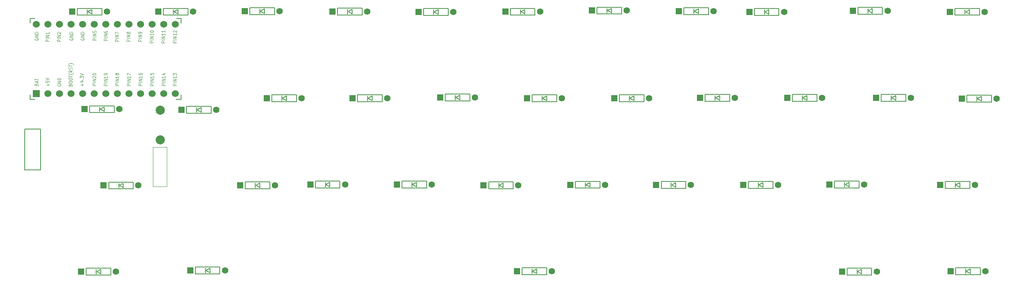
<source format=gbr>
%TF.GenerationSoftware,KiCad,Pcbnew,7.0.8*%
%TF.CreationDate,2024-10-24T11:53:26+09:00*%
%TF.ProjectId,cool337,636f6f6c-3333-4372-9e6b-696361645f70,rev?*%
%TF.SameCoordinates,Original*%
%TF.FileFunction,Legend,Top*%
%TF.FilePolarity,Positive*%
%FSLAX46Y46*%
G04 Gerber Fmt 4.6, Leading zero omitted, Abs format (unit mm)*
G04 Created by KiCad (PCBNEW 7.0.8) date 2024-10-24 11:53:26*
%MOMM*%
%LPD*%
G01*
G04 APERTURE LIST*
%ADD10C,0.125000*%
%ADD11C,0.150000*%
%ADD12C,0.120000*%
%ADD13R,1.397000X1.397000*%
%ADD14C,1.397000*%
%ADD15C,2.000000*%
%ADD16C,1.524000*%
%ADD17R,1.524000X1.524000*%
G04 APERTURE END LIST*
D10*
X2834178Y-14185475D02*
X2798464Y-14249285D01*
X2798464Y-14249285D02*
X2798464Y-14344999D01*
X2798464Y-14344999D02*
X2834178Y-14440713D01*
X2834178Y-14440713D02*
X2905607Y-14504523D01*
X2905607Y-14504523D02*
X2977035Y-14536428D01*
X2977035Y-14536428D02*
X3119892Y-14568332D01*
X3119892Y-14568332D02*
X3227035Y-14568332D01*
X3227035Y-14568332D02*
X3369892Y-14536428D01*
X3369892Y-14536428D02*
X3441321Y-14504523D01*
X3441321Y-14504523D02*
X3512750Y-14440713D01*
X3512750Y-14440713D02*
X3548464Y-14344999D01*
X3548464Y-14344999D02*
X3548464Y-14281190D01*
X3548464Y-14281190D02*
X3512750Y-14185475D01*
X3512750Y-14185475D02*
X3477035Y-14153571D01*
X3477035Y-14153571D02*
X3227035Y-14153571D01*
X3227035Y-14153571D02*
X3227035Y-14281190D01*
X3548464Y-13866428D02*
X2798464Y-13866428D01*
X2798464Y-13866428D02*
X3548464Y-13483571D01*
X3548464Y-13483571D02*
X2798464Y-13483571D01*
X3548464Y-13164523D02*
X2798464Y-13164523D01*
X2798464Y-13164523D02*
X2798464Y-13004999D01*
X2798464Y-13004999D02*
X2834178Y-12909285D01*
X2834178Y-12909285D02*
X2905607Y-12845475D01*
X2905607Y-12845475D02*
X2977035Y-12813570D01*
X2977035Y-12813570D02*
X3119892Y-12781666D01*
X3119892Y-12781666D02*
X3227035Y-12781666D01*
X3227035Y-12781666D02*
X3369892Y-12813570D01*
X3369892Y-12813570D02*
X3441321Y-12845475D01*
X3441321Y-12845475D02*
X3512750Y-12909285D01*
X3512750Y-12909285D02*
X3548464Y-13004999D01*
X3548464Y-13004999D02*
X3548464Y-13164523D01*
X-1561535Y-14845000D02*
X-2311535Y-14845000D01*
X-2311535Y-14845000D02*
X-2311535Y-14589762D01*
X-2311535Y-14589762D02*
X-2275821Y-14525952D01*
X-2275821Y-14525952D02*
X-2240107Y-14494047D01*
X-2240107Y-14494047D02*
X-2168678Y-14462143D01*
X-2168678Y-14462143D02*
X-2061535Y-14462143D01*
X-2061535Y-14462143D02*
X-1990107Y-14494047D01*
X-1990107Y-14494047D02*
X-1954392Y-14525952D01*
X-1954392Y-14525952D02*
X-1918678Y-14589762D01*
X-1918678Y-14589762D02*
X-1918678Y-14845000D01*
X-1561535Y-14175000D02*
X-2311535Y-14175000D01*
X-1561535Y-13855952D02*
X-2311535Y-13855952D01*
X-2311535Y-13855952D02*
X-1561535Y-13473095D01*
X-1561535Y-13473095D02*
X-2311535Y-13473095D01*
X-2240107Y-13185951D02*
X-2275821Y-13154047D01*
X-2275821Y-13154047D02*
X-2311535Y-13090237D01*
X-2311535Y-13090237D02*
X-2311535Y-12930713D01*
X-2311535Y-12930713D02*
X-2275821Y-12866904D01*
X-2275821Y-12866904D02*
X-2240107Y-12834999D01*
X-2240107Y-12834999D02*
X-2168678Y-12803094D01*
X-2168678Y-12803094D02*
X-2097250Y-12803094D01*
X-2097250Y-12803094D02*
X-1990107Y-12834999D01*
X-1990107Y-12834999D02*
X-1561535Y-13217856D01*
X-1561535Y-13217856D02*
X-1561535Y-12803094D01*
X16248464Y-24519047D02*
X15498464Y-24519047D01*
X15498464Y-24519047D02*
X15498464Y-24263809D01*
X15498464Y-24263809D02*
X15534178Y-24199999D01*
X15534178Y-24199999D02*
X15569892Y-24168094D01*
X15569892Y-24168094D02*
X15641321Y-24136190D01*
X15641321Y-24136190D02*
X15748464Y-24136190D01*
X15748464Y-24136190D02*
X15819892Y-24168094D01*
X15819892Y-24168094D02*
X15855607Y-24199999D01*
X15855607Y-24199999D02*
X15891321Y-24263809D01*
X15891321Y-24263809D02*
X15891321Y-24519047D01*
X16248464Y-23849047D02*
X15498464Y-23849047D01*
X16248464Y-23529999D02*
X15498464Y-23529999D01*
X15498464Y-23529999D02*
X16248464Y-23147142D01*
X16248464Y-23147142D02*
X15498464Y-23147142D01*
X16248464Y-22477141D02*
X16248464Y-22859998D01*
X16248464Y-22668570D02*
X15498464Y-22668570D01*
X15498464Y-22668570D02*
X15605607Y-22732379D01*
X15605607Y-22732379D02*
X15677035Y-22796189D01*
X15677035Y-22796189D02*
X15712750Y-22859998D01*
X15498464Y-21902856D02*
X15498464Y-22030475D01*
X15498464Y-22030475D02*
X15534178Y-22094284D01*
X15534178Y-22094284D02*
X15569892Y-22126189D01*
X15569892Y-22126189D02*
X15677035Y-22189999D01*
X15677035Y-22189999D02*
X15819892Y-22221903D01*
X15819892Y-22221903D02*
X16105607Y-22221903D01*
X16105607Y-22221903D02*
X16177035Y-22189999D01*
X16177035Y-22189999D02*
X16212750Y-22158094D01*
X16212750Y-22158094D02*
X16248464Y-22094284D01*
X16248464Y-22094284D02*
X16248464Y-21966665D01*
X16248464Y-21966665D02*
X16212750Y-21902856D01*
X16212750Y-21902856D02*
X16177035Y-21870951D01*
X16177035Y-21870951D02*
X16105607Y-21839046D01*
X16105607Y-21839046D02*
X15927035Y-21839046D01*
X15927035Y-21839046D02*
X15855607Y-21870951D01*
X15855607Y-21870951D02*
X15819892Y-21902856D01*
X15819892Y-21902856D02*
X15784178Y-21966665D01*
X15784178Y-21966665D02*
X15784178Y-22094284D01*
X15784178Y-22094284D02*
X15819892Y-22158094D01*
X15819892Y-22158094D02*
X15855607Y-22189999D01*
X15855607Y-22189999D02*
X15927035Y-22221903D01*
X6218464Y-14565000D02*
X5468464Y-14565000D01*
X5468464Y-14565000D02*
X5468464Y-14309762D01*
X5468464Y-14309762D02*
X5504178Y-14245952D01*
X5504178Y-14245952D02*
X5539892Y-14214047D01*
X5539892Y-14214047D02*
X5611321Y-14182143D01*
X5611321Y-14182143D02*
X5718464Y-14182143D01*
X5718464Y-14182143D02*
X5789892Y-14214047D01*
X5789892Y-14214047D02*
X5825607Y-14245952D01*
X5825607Y-14245952D02*
X5861321Y-14309762D01*
X5861321Y-14309762D02*
X5861321Y-14565000D01*
X6218464Y-13895000D02*
X5468464Y-13895000D01*
X6218464Y-13575952D02*
X5468464Y-13575952D01*
X5468464Y-13575952D02*
X6218464Y-13193095D01*
X6218464Y-13193095D02*
X5468464Y-13193095D01*
X5468464Y-12554999D02*
X5468464Y-12874047D01*
X5468464Y-12874047D02*
X5825607Y-12905951D01*
X5825607Y-12905951D02*
X5789892Y-12874047D01*
X5789892Y-12874047D02*
X5754178Y-12810237D01*
X5754178Y-12810237D02*
X5754178Y-12650713D01*
X5754178Y-12650713D02*
X5789892Y-12586904D01*
X5789892Y-12586904D02*
X5825607Y-12554999D01*
X5825607Y-12554999D02*
X5897035Y-12523094D01*
X5897035Y-12523094D02*
X6075607Y-12523094D01*
X6075607Y-12523094D02*
X6147035Y-12554999D01*
X6147035Y-12554999D02*
X6182750Y-12586904D01*
X6182750Y-12586904D02*
X6218464Y-12650713D01*
X6218464Y-12650713D02*
X6218464Y-12810237D01*
X6218464Y-12810237D02*
X6182750Y-12874047D01*
X6182750Y-12874047D02*
X6147035Y-12905951D01*
X545607Y-24435237D02*
X581321Y-24339523D01*
X581321Y-24339523D02*
X617035Y-24307618D01*
X617035Y-24307618D02*
X688464Y-24275714D01*
X688464Y-24275714D02*
X795607Y-24275714D01*
X795607Y-24275714D02*
X867035Y-24307618D01*
X867035Y-24307618D02*
X902750Y-24339523D01*
X902750Y-24339523D02*
X938464Y-24403333D01*
X938464Y-24403333D02*
X938464Y-24658571D01*
X938464Y-24658571D02*
X188464Y-24658571D01*
X188464Y-24658571D02*
X188464Y-24435237D01*
X188464Y-24435237D02*
X224178Y-24371428D01*
X224178Y-24371428D02*
X259892Y-24339523D01*
X259892Y-24339523D02*
X331321Y-24307618D01*
X331321Y-24307618D02*
X402750Y-24307618D01*
X402750Y-24307618D02*
X474178Y-24339523D01*
X474178Y-24339523D02*
X509892Y-24371428D01*
X509892Y-24371428D02*
X545607Y-24435237D01*
X545607Y-24435237D02*
X545607Y-24658571D01*
X188464Y-23860952D02*
X188464Y-23733333D01*
X188464Y-23733333D02*
X224178Y-23669523D01*
X224178Y-23669523D02*
X295607Y-23605714D01*
X295607Y-23605714D02*
X438464Y-23573809D01*
X438464Y-23573809D02*
X688464Y-23573809D01*
X688464Y-23573809D02*
X831321Y-23605714D01*
X831321Y-23605714D02*
X902750Y-23669523D01*
X902750Y-23669523D02*
X938464Y-23733333D01*
X938464Y-23733333D02*
X938464Y-23860952D01*
X938464Y-23860952D02*
X902750Y-23924761D01*
X902750Y-23924761D02*
X831321Y-23988571D01*
X831321Y-23988571D02*
X688464Y-24020475D01*
X688464Y-24020475D02*
X438464Y-24020475D01*
X438464Y-24020475D02*
X295607Y-23988571D01*
X295607Y-23988571D02*
X224178Y-23924761D01*
X224178Y-23924761D02*
X188464Y-23860952D01*
X188464Y-23159047D02*
X188464Y-23031428D01*
X188464Y-23031428D02*
X224178Y-22967618D01*
X224178Y-22967618D02*
X295607Y-22903809D01*
X295607Y-22903809D02*
X438464Y-22871904D01*
X438464Y-22871904D02*
X688464Y-22871904D01*
X688464Y-22871904D02*
X831321Y-22903809D01*
X831321Y-22903809D02*
X902750Y-22967618D01*
X902750Y-22967618D02*
X938464Y-23031428D01*
X938464Y-23031428D02*
X938464Y-23159047D01*
X938464Y-23159047D02*
X902750Y-23222856D01*
X902750Y-23222856D02*
X831321Y-23286666D01*
X831321Y-23286666D02*
X688464Y-23318570D01*
X688464Y-23318570D02*
X438464Y-23318570D01*
X438464Y-23318570D02*
X295607Y-23286666D01*
X295607Y-23286666D02*
X224178Y-23222856D01*
X224178Y-23222856D02*
X188464Y-23159047D01*
X188464Y-22680475D02*
X188464Y-22297618D01*
X938464Y-22489046D02*
X188464Y-22489046D01*
X1224178Y-21882856D02*
X1188464Y-21914761D01*
X1188464Y-21914761D02*
X1081321Y-21978570D01*
X1081321Y-21978570D02*
X1009892Y-22010475D01*
X1009892Y-22010475D02*
X902750Y-22042380D01*
X902750Y-22042380D02*
X724178Y-22074285D01*
X724178Y-22074285D02*
X581321Y-22074285D01*
X581321Y-22074285D02*
X402750Y-22042380D01*
X402750Y-22042380D02*
X295607Y-22010475D01*
X295607Y-22010475D02*
X224178Y-21978570D01*
X224178Y-21978570D02*
X117035Y-21914761D01*
X117035Y-21914761D02*
X81321Y-21882856D01*
X938464Y-21244761D02*
X581321Y-21468094D01*
X938464Y-21627618D02*
X188464Y-21627618D01*
X188464Y-21627618D02*
X188464Y-21372380D01*
X188464Y-21372380D02*
X224178Y-21308570D01*
X224178Y-21308570D02*
X259892Y-21276665D01*
X259892Y-21276665D02*
X331321Y-21244761D01*
X331321Y-21244761D02*
X438464Y-21244761D01*
X438464Y-21244761D02*
X509892Y-21276665D01*
X509892Y-21276665D02*
X545607Y-21308570D01*
X545607Y-21308570D02*
X581321Y-21372380D01*
X581321Y-21372380D02*
X581321Y-21627618D01*
X902750Y-20989522D02*
X938464Y-20893808D01*
X938464Y-20893808D02*
X938464Y-20734284D01*
X938464Y-20734284D02*
X902750Y-20670475D01*
X902750Y-20670475D02*
X867035Y-20638570D01*
X867035Y-20638570D02*
X795607Y-20606665D01*
X795607Y-20606665D02*
X724178Y-20606665D01*
X724178Y-20606665D02*
X652750Y-20638570D01*
X652750Y-20638570D02*
X617035Y-20670475D01*
X617035Y-20670475D02*
X581321Y-20734284D01*
X581321Y-20734284D02*
X545607Y-20861903D01*
X545607Y-20861903D02*
X509892Y-20925713D01*
X509892Y-20925713D02*
X474178Y-20957618D01*
X474178Y-20957618D02*
X402750Y-20989522D01*
X402750Y-20989522D02*
X331321Y-20989522D01*
X331321Y-20989522D02*
X259892Y-20957618D01*
X259892Y-20957618D02*
X224178Y-20925713D01*
X224178Y-20925713D02*
X188464Y-20861903D01*
X188464Y-20861903D02*
X188464Y-20702380D01*
X188464Y-20702380D02*
X224178Y-20606665D01*
X188464Y-20415237D02*
X188464Y-20032380D01*
X938464Y-20223808D02*
X188464Y-20223808D01*
X1224178Y-19872856D02*
X1188464Y-19840951D01*
X1188464Y-19840951D02*
X1081321Y-19777142D01*
X1081321Y-19777142D02*
X1009892Y-19745237D01*
X1009892Y-19745237D02*
X902750Y-19713332D01*
X902750Y-19713332D02*
X724178Y-19681428D01*
X724178Y-19681428D02*
X581321Y-19681428D01*
X581321Y-19681428D02*
X402750Y-19713332D01*
X402750Y-19713332D02*
X295607Y-19745237D01*
X295607Y-19745237D02*
X224178Y-19777142D01*
X224178Y-19777142D02*
X117035Y-19840951D01*
X117035Y-19840951D02*
X81321Y-19872856D01*
X-4387250Y-24676428D02*
X-4387250Y-24165952D01*
X-4101535Y-24421190D02*
X-4672964Y-24421190D01*
X-4851535Y-23527856D02*
X-4851535Y-23846904D01*
X-4851535Y-23846904D02*
X-4494392Y-23878808D01*
X-4494392Y-23878808D02*
X-4530107Y-23846904D01*
X-4530107Y-23846904D02*
X-4565821Y-23783094D01*
X-4565821Y-23783094D02*
X-4565821Y-23623570D01*
X-4565821Y-23623570D02*
X-4530107Y-23559761D01*
X-4530107Y-23559761D02*
X-4494392Y-23527856D01*
X-4494392Y-23527856D02*
X-4422964Y-23495951D01*
X-4422964Y-23495951D02*
X-4244392Y-23495951D01*
X-4244392Y-23495951D02*
X-4172964Y-23527856D01*
X-4172964Y-23527856D02*
X-4137250Y-23559761D01*
X-4137250Y-23559761D02*
X-4101535Y-23623570D01*
X-4101535Y-23623570D02*
X-4101535Y-23783094D01*
X-4101535Y-23783094D02*
X-4137250Y-23846904D01*
X-4137250Y-23846904D02*
X-4172964Y-23878808D01*
X-4851535Y-23304523D02*
X-4101535Y-23081190D01*
X-4101535Y-23081190D02*
X-4851535Y-22857856D01*
X11148464Y-24519047D02*
X10398464Y-24519047D01*
X10398464Y-24519047D02*
X10398464Y-24263809D01*
X10398464Y-24263809D02*
X10434178Y-24199999D01*
X10434178Y-24199999D02*
X10469892Y-24168094D01*
X10469892Y-24168094D02*
X10541321Y-24136190D01*
X10541321Y-24136190D02*
X10648464Y-24136190D01*
X10648464Y-24136190D02*
X10719892Y-24168094D01*
X10719892Y-24168094D02*
X10755607Y-24199999D01*
X10755607Y-24199999D02*
X10791321Y-24263809D01*
X10791321Y-24263809D02*
X10791321Y-24519047D01*
X11148464Y-23849047D02*
X10398464Y-23849047D01*
X11148464Y-23529999D02*
X10398464Y-23529999D01*
X10398464Y-23529999D02*
X11148464Y-23147142D01*
X11148464Y-23147142D02*
X10398464Y-23147142D01*
X11148464Y-22477141D02*
X11148464Y-22859998D01*
X11148464Y-22668570D02*
X10398464Y-22668570D01*
X10398464Y-22668570D02*
X10505607Y-22732379D01*
X10505607Y-22732379D02*
X10577035Y-22796189D01*
X10577035Y-22796189D02*
X10612750Y-22859998D01*
X10719892Y-22094284D02*
X10684178Y-22158094D01*
X10684178Y-22158094D02*
X10648464Y-22189999D01*
X10648464Y-22189999D02*
X10577035Y-22221903D01*
X10577035Y-22221903D02*
X10541321Y-22221903D01*
X10541321Y-22221903D02*
X10469892Y-22189999D01*
X10469892Y-22189999D02*
X10434178Y-22158094D01*
X10434178Y-22158094D02*
X10398464Y-22094284D01*
X10398464Y-22094284D02*
X10398464Y-21966665D01*
X10398464Y-21966665D02*
X10434178Y-21902856D01*
X10434178Y-21902856D02*
X10469892Y-21870951D01*
X10469892Y-21870951D02*
X10541321Y-21839046D01*
X10541321Y-21839046D02*
X10577035Y-21839046D01*
X10577035Y-21839046D02*
X10648464Y-21870951D01*
X10648464Y-21870951D02*
X10684178Y-21902856D01*
X10684178Y-21902856D02*
X10719892Y-21966665D01*
X10719892Y-21966665D02*
X10719892Y-22094284D01*
X10719892Y-22094284D02*
X10755607Y-22158094D01*
X10755607Y-22158094D02*
X10791321Y-22189999D01*
X10791321Y-22189999D02*
X10862750Y-22221903D01*
X10862750Y-22221903D02*
X11005607Y-22221903D01*
X11005607Y-22221903D02*
X11077035Y-22189999D01*
X11077035Y-22189999D02*
X11112750Y-22158094D01*
X11112750Y-22158094D02*
X11148464Y-22094284D01*
X11148464Y-22094284D02*
X11148464Y-21966665D01*
X11148464Y-21966665D02*
X11112750Y-21902856D01*
X11112750Y-21902856D02*
X11077035Y-21870951D01*
X11077035Y-21870951D02*
X11005607Y-21839046D01*
X11005607Y-21839046D02*
X10862750Y-21839046D01*
X10862750Y-21839046D02*
X10791321Y-21870951D01*
X10791321Y-21870951D02*
X10755607Y-21902856D01*
X10755607Y-21902856D02*
X10719892Y-21966665D01*
X18748464Y-15134047D02*
X17998464Y-15134047D01*
X17998464Y-15134047D02*
X17998464Y-14878809D01*
X17998464Y-14878809D02*
X18034178Y-14814999D01*
X18034178Y-14814999D02*
X18069892Y-14783094D01*
X18069892Y-14783094D02*
X18141321Y-14751190D01*
X18141321Y-14751190D02*
X18248464Y-14751190D01*
X18248464Y-14751190D02*
X18319892Y-14783094D01*
X18319892Y-14783094D02*
X18355607Y-14814999D01*
X18355607Y-14814999D02*
X18391321Y-14878809D01*
X18391321Y-14878809D02*
X18391321Y-15134047D01*
X18748464Y-14464047D02*
X17998464Y-14464047D01*
X18748464Y-14144999D02*
X17998464Y-14144999D01*
X17998464Y-14144999D02*
X18748464Y-13762142D01*
X18748464Y-13762142D02*
X17998464Y-13762142D01*
X18748464Y-13092141D02*
X18748464Y-13474998D01*
X18748464Y-13283570D02*
X17998464Y-13283570D01*
X17998464Y-13283570D02*
X18105607Y-13347379D01*
X18105607Y-13347379D02*
X18177035Y-13411189D01*
X18177035Y-13411189D02*
X18212750Y-13474998D01*
X17998464Y-12677380D02*
X17998464Y-12613570D01*
X17998464Y-12613570D02*
X18034178Y-12549761D01*
X18034178Y-12549761D02*
X18069892Y-12517856D01*
X18069892Y-12517856D02*
X18141321Y-12485951D01*
X18141321Y-12485951D02*
X18284178Y-12454046D01*
X18284178Y-12454046D02*
X18462750Y-12454046D01*
X18462750Y-12454046D02*
X18605607Y-12485951D01*
X18605607Y-12485951D02*
X18677035Y-12517856D01*
X18677035Y-12517856D02*
X18712750Y-12549761D01*
X18712750Y-12549761D02*
X18748464Y-12613570D01*
X18748464Y-12613570D02*
X18748464Y-12677380D01*
X18748464Y-12677380D02*
X18712750Y-12741189D01*
X18712750Y-12741189D02*
X18677035Y-12773094D01*
X18677035Y-12773094D02*
X18605607Y-12804999D01*
X18605607Y-12804999D02*
X18462750Y-12836903D01*
X18462750Y-12836903D02*
X18284178Y-12836903D01*
X18284178Y-12836903D02*
X18141321Y-12804999D01*
X18141321Y-12804999D02*
X18069892Y-12773094D01*
X18069892Y-12773094D02*
X18034178Y-12741189D01*
X18034178Y-12741189D02*
X17998464Y-12677380D01*
X21298464Y-15134047D02*
X20548464Y-15134047D01*
X20548464Y-15134047D02*
X20548464Y-14878809D01*
X20548464Y-14878809D02*
X20584178Y-14814999D01*
X20584178Y-14814999D02*
X20619892Y-14783094D01*
X20619892Y-14783094D02*
X20691321Y-14751190D01*
X20691321Y-14751190D02*
X20798464Y-14751190D01*
X20798464Y-14751190D02*
X20869892Y-14783094D01*
X20869892Y-14783094D02*
X20905607Y-14814999D01*
X20905607Y-14814999D02*
X20941321Y-14878809D01*
X20941321Y-14878809D02*
X20941321Y-15134047D01*
X21298464Y-14464047D02*
X20548464Y-14464047D01*
X21298464Y-14144999D02*
X20548464Y-14144999D01*
X20548464Y-14144999D02*
X21298464Y-13762142D01*
X21298464Y-13762142D02*
X20548464Y-13762142D01*
X21298464Y-13092141D02*
X21298464Y-13474998D01*
X21298464Y-13283570D02*
X20548464Y-13283570D01*
X20548464Y-13283570D02*
X20655607Y-13347379D01*
X20655607Y-13347379D02*
X20727035Y-13411189D01*
X20727035Y-13411189D02*
X20762750Y-13474998D01*
X21298464Y-12454046D02*
X21298464Y-12836903D01*
X21298464Y-12645475D02*
X20548464Y-12645475D01*
X20548464Y-12645475D02*
X20655607Y-12709284D01*
X20655607Y-12709284D02*
X20727035Y-12773094D01*
X20727035Y-12773094D02*
X20762750Y-12836903D01*
X-7235821Y-14185475D02*
X-7271535Y-14249285D01*
X-7271535Y-14249285D02*
X-7271535Y-14344999D01*
X-7271535Y-14344999D02*
X-7235821Y-14440713D01*
X-7235821Y-14440713D02*
X-7164392Y-14504523D01*
X-7164392Y-14504523D02*
X-7092964Y-14536428D01*
X-7092964Y-14536428D02*
X-6950107Y-14568332D01*
X-6950107Y-14568332D02*
X-6842964Y-14568332D01*
X-6842964Y-14568332D02*
X-6700107Y-14536428D01*
X-6700107Y-14536428D02*
X-6628678Y-14504523D01*
X-6628678Y-14504523D02*
X-6557250Y-14440713D01*
X-6557250Y-14440713D02*
X-6521535Y-14344999D01*
X-6521535Y-14344999D02*
X-6521535Y-14281190D01*
X-6521535Y-14281190D02*
X-6557250Y-14185475D01*
X-6557250Y-14185475D02*
X-6592964Y-14153571D01*
X-6592964Y-14153571D02*
X-6842964Y-14153571D01*
X-6842964Y-14153571D02*
X-6842964Y-14281190D01*
X-6521535Y-13866428D02*
X-7271535Y-13866428D01*
X-7271535Y-13866428D02*
X-6521535Y-13483571D01*
X-6521535Y-13483571D02*
X-7271535Y-13483571D01*
X-6521535Y-13164523D02*
X-7271535Y-13164523D01*
X-7271535Y-13164523D02*
X-7271535Y-13004999D01*
X-7271535Y-13004999D02*
X-7235821Y-12909285D01*
X-7235821Y-12909285D02*
X-7164392Y-12845475D01*
X-7164392Y-12845475D02*
X-7092964Y-12813570D01*
X-7092964Y-12813570D02*
X-6950107Y-12781666D01*
X-6950107Y-12781666D02*
X-6842964Y-12781666D01*
X-6842964Y-12781666D02*
X-6700107Y-12813570D01*
X-6700107Y-12813570D02*
X-6628678Y-12845475D01*
X-6628678Y-12845475D02*
X-6557250Y-12909285D01*
X-6557250Y-12909285D02*
X-6521535Y-13004999D01*
X-6521535Y-13004999D02*
X-6521535Y-13164523D01*
X11098464Y-14815000D02*
X10348464Y-14815000D01*
X10348464Y-14815000D02*
X10348464Y-14559762D01*
X10348464Y-14559762D02*
X10384178Y-14495952D01*
X10384178Y-14495952D02*
X10419892Y-14464047D01*
X10419892Y-14464047D02*
X10491321Y-14432143D01*
X10491321Y-14432143D02*
X10598464Y-14432143D01*
X10598464Y-14432143D02*
X10669892Y-14464047D01*
X10669892Y-14464047D02*
X10705607Y-14495952D01*
X10705607Y-14495952D02*
X10741321Y-14559762D01*
X10741321Y-14559762D02*
X10741321Y-14815000D01*
X11098464Y-14145000D02*
X10348464Y-14145000D01*
X11098464Y-13825952D02*
X10348464Y-13825952D01*
X10348464Y-13825952D02*
X11098464Y-13443095D01*
X11098464Y-13443095D02*
X10348464Y-13443095D01*
X10348464Y-13187856D02*
X10348464Y-12741190D01*
X10348464Y-12741190D02*
X11098464Y-13028332D01*
X6148464Y-24519047D02*
X5398464Y-24519047D01*
X5398464Y-24519047D02*
X5398464Y-24263809D01*
X5398464Y-24263809D02*
X5434178Y-24199999D01*
X5434178Y-24199999D02*
X5469892Y-24168094D01*
X5469892Y-24168094D02*
X5541321Y-24136190D01*
X5541321Y-24136190D02*
X5648464Y-24136190D01*
X5648464Y-24136190D02*
X5719892Y-24168094D01*
X5719892Y-24168094D02*
X5755607Y-24199999D01*
X5755607Y-24199999D02*
X5791321Y-24263809D01*
X5791321Y-24263809D02*
X5791321Y-24519047D01*
X6148464Y-23849047D02*
X5398464Y-23849047D01*
X6148464Y-23529999D02*
X5398464Y-23529999D01*
X5398464Y-23529999D02*
X6148464Y-23147142D01*
X6148464Y-23147142D02*
X5398464Y-23147142D01*
X5469892Y-22859998D02*
X5434178Y-22828094D01*
X5434178Y-22828094D02*
X5398464Y-22764284D01*
X5398464Y-22764284D02*
X5398464Y-22604760D01*
X5398464Y-22604760D02*
X5434178Y-22540951D01*
X5434178Y-22540951D02*
X5469892Y-22509046D01*
X5469892Y-22509046D02*
X5541321Y-22477141D01*
X5541321Y-22477141D02*
X5612750Y-22477141D01*
X5612750Y-22477141D02*
X5719892Y-22509046D01*
X5719892Y-22509046D02*
X6148464Y-22891903D01*
X6148464Y-22891903D02*
X6148464Y-22477141D01*
X5398464Y-22062380D02*
X5398464Y-21998570D01*
X5398464Y-21998570D02*
X5434178Y-21934761D01*
X5434178Y-21934761D02*
X5469892Y-21902856D01*
X5469892Y-21902856D02*
X5541321Y-21870951D01*
X5541321Y-21870951D02*
X5684178Y-21839046D01*
X5684178Y-21839046D02*
X5862750Y-21839046D01*
X5862750Y-21839046D02*
X6005607Y-21870951D01*
X6005607Y-21870951D02*
X6077035Y-21902856D01*
X6077035Y-21902856D02*
X6112750Y-21934761D01*
X6112750Y-21934761D02*
X6148464Y-21998570D01*
X6148464Y-21998570D02*
X6148464Y-22062380D01*
X6148464Y-22062380D02*
X6112750Y-22126189D01*
X6112750Y-22126189D02*
X6077035Y-22158094D01*
X6077035Y-22158094D02*
X6005607Y-22189999D01*
X6005607Y-22189999D02*
X5862750Y-22221903D01*
X5862750Y-22221903D02*
X5684178Y-22221903D01*
X5684178Y-22221903D02*
X5541321Y-22189999D01*
X5541321Y-22189999D02*
X5469892Y-22158094D01*
X5469892Y-22158094D02*
X5434178Y-22126189D01*
X5434178Y-22126189D02*
X5398464Y-22062380D01*
X23810464Y-24552647D02*
X23060464Y-24552647D01*
X23060464Y-24552647D02*
X23060464Y-24297409D01*
X23060464Y-24297409D02*
X23096178Y-24233599D01*
X23096178Y-24233599D02*
X23131892Y-24201694D01*
X23131892Y-24201694D02*
X23203321Y-24169790D01*
X23203321Y-24169790D02*
X23310464Y-24169790D01*
X23310464Y-24169790D02*
X23381892Y-24201694D01*
X23381892Y-24201694D02*
X23417607Y-24233599D01*
X23417607Y-24233599D02*
X23453321Y-24297409D01*
X23453321Y-24297409D02*
X23453321Y-24552647D01*
X23810464Y-23882647D02*
X23060464Y-23882647D01*
X23810464Y-23563599D02*
X23060464Y-23563599D01*
X23060464Y-23563599D02*
X23810464Y-23180742D01*
X23810464Y-23180742D02*
X23060464Y-23180742D01*
X23810464Y-22510741D02*
X23810464Y-22893598D01*
X23810464Y-22702170D02*
X23060464Y-22702170D01*
X23060464Y-22702170D02*
X23167607Y-22765979D01*
X23167607Y-22765979D02*
X23239035Y-22829789D01*
X23239035Y-22829789D02*
X23274750Y-22893598D01*
X23060464Y-22287408D02*
X23060464Y-21872646D01*
X23060464Y-21872646D02*
X23346178Y-22095980D01*
X23346178Y-22095980D02*
X23346178Y-22000265D01*
X23346178Y-22000265D02*
X23381892Y-21936456D01*
X23381892Y-21936456D02*
X23417607Y-21904551D01*
X23417607Y-21904551D02*
X23489035Y-21872646D01*
X23489035Y-21872646D02*
X23667607Y-21872646D01*
X23667607Y-21872646D02*
X23739035Y-21904551D01*
X23739035Y-21904551D02*
X23774750Y-21936456D01*
X23774750Y-21936456D02*
X23810464Y-22000265D01*
X23810464Y-22000265D02*
X23810464Y-22191694D01*
X23810464Y-22191694D02*
X23774750Y-22255503D01*
X23774750Y-22255503D02*
X23739035Y-22287408D01*
X21348464Y-24519047D02*
X20598464Y-24519047D01*
X20598464Y-24519047D02*
X20598464Y-24263809D01*
X20598464Y-24263809D02*
X20634178Y-24199999D01*
X20634178Y-24199999D02*
X20669892Y-24168094D01*
X20669892Y-24168094D02*
X20741321Y-24136190D01*
X20741321Y-24136190D02*
X20848464Y-24136190D01*
X20848464Y-24136190D02*
X20919892Y-24168094D01*
X20919892Y-24168094D02*
X20955607Y-24199999D01*
X20955607Y-24199999D02*
X20991321Y-24263809D01*
X20991321Y-24263809D02*
X20991321Y-24519047D01*
X21348464Y-23849047D02*
X20598464Y-23849047D01*
X21348464Y-23529999D02*
X20598464Y-23529999D01*
X20598464Y-23529999D02*
X21348464Y-23147142D01*
X21348464Y-23147142D02*
X20598464Y-23147142D01*
X21348464Y-22477141D02*
X21348464Y-22859998D01*
X21348464Y-22668570D02*
X20598464Y-22668570D01*
X20598464Y-22668570D02*
X20705607Y-22732379D01*
X20705607Y-22732379D02*
X20777035Y-22796189D01*
X20777035Y-22796189D02*
X20812750Y-22859998D01*
X20848464Y-21902856D02*
X21348464Y-21902856D01*
X20562750Y-22062380D02*
X21098464Y-22221903D01*
X21098464Y-22221903D02*
X21098464Y-21807142D01*
X3122750Y-24620000D02*
X3122750Y-24109524D01*
X3408464Y-24364762D02*
X2837035Y-24364762D01*
X2908464Y-23503333D02*
X3408464Y-23503333D01*
X2622750Y-23662857D02*
X3158464Y-23822380D01*
X3158464Y-23822380D02*
X3158464Y-23407619D01*
X3337035Y-23152381D02*
X3372750Y-23120476D01*
X3372750Y-23120476D02*
X3408464Y-23152381D01*
X3408464Y-23152381D02*
X3372750Y-23184285D01*
X3372750Y-23184285D02*
X3337035Y-23152381D01*
X3337035Y-23152381D02*
X3408464Y-23152381D01*
X2658464Y-22897142D02*
X2658464Y-22482380D01*
X2658464Y-22482380D02*
X2944178Y-22705714D01*
X2944178Y-22705714D02*
X2944178Y-22609999D01*
X2944178Y-22609999D02*
X2979892Y-22546190D01*
X2979892Y-22546190D02*
X3015607Y-22514285D01*
X3015607Y-22514285D02*
X3087035Y-22482380D01*
X3087035Y-22482380D02*
X3265607Y-22482380D01*
X3265607Y-22482380D02*
X3337035Y-22514285D01*
X3337035Y-22514285D02*
X3372750Y-22546190D01*
X3372750Y-22546190D02*
X3408464Y-22609999D01*
X3408464Y-22609999D02*
X3408464Y-22801428D01*
X3408464Y-22801428D02*
X3372750Y-22865237D01*
X3372750Y-22865237D02*
X3337035Y-22897142D01*
X2658464Y-22290952D02*
X3408464Y-22067619D01*
X3408464Y-22067619D02*
X2658464Y-21844285D01*
X8648464Y-24519047D02*
X7898464Y-24519047D01*
X7898464Y-24519047D02*
X7898464Y-24263809D01*
X7898464Y-24263809D02*
X7934178Y-24199999D01*
X7934178Y-24199999D02*
X7969892Y-24168094D01*
X7969892Y-24168094D02*
X8041321Y-24136190D01*
X8041321Y-24136190D02*
X8148464Y-24136190D01*
X8148464Y-24136190D02*
X8219892Y-24168094D01*
X8219892Y-24168094D02*
X8255607Y-24199999D01*
X8255607Y-24199999D02*
X8291321Y-24263809D01*
X8291321Y-24263809D02*
X8291321Y-24519047D01*
X8648464Y-23849047D02*
X7898464Y-23849047D01*
X8648464Y-23529999D02*
X7898464Y-23529999D01*
X7898464Y-23529999D02*
X8648464Y-23147142D01*
X8648464Y-23147142D02*
X7898464Y-23147142D01*
X8648464Y-22477141D02*
X8648464Y-22859998D01*
X8648464Y-22668570D02*
X7898464Y-22668570D01*
X7898464Y-22668570D02*
X8005607Y-22732379D01*
X8005607Y-22732379D02*
X8077035Y-22796189D01*
X8077035Y-22796189D02*
X8112750Y-22859998D01*
X8648464Y-22158094D02*
X8648464Y-22030475D01*
X8648464Y-22030475D02*
X8612750Y-21966665D01*
X8612750Y-21966665D02*
X8577035Y-21934761D01*
X8577035Y-21934761D02*
X8469892Y-21870951D01*
X8469892Y-21870951D02*
X8327035Y-21839046D01*
X8327035Y-21839046D02*
X8041321Y-21839046D01*
X8041321Y-21839046D02*
X7969892Y-21870951D01*
X7969892Y-21870951D02*
X7934178Y-21902856D01*
X7934178Y-21902856D02*
X7898464Y-21966665D01*
X7898464Y-21966665D02*
X7898464Y-22094284D01*
X7898464Y-22094284D02*
X7934178Y-22158094D01*
X7934178Y-22158094D02*
X7969892Y-22189999D01*
X7969892Y-22189999D02*
X8041321Y-22221903D01*
X8041321Y-22221903D02*
X8219892Y-22221903D01*
X8219892Y-22221903D02*
X8291321Y-22189999D01*
X8291321Y-22189999D02*
X8327035Y-22158094D01*
X8327035Y-22158094D02*
X8362750Y-22094284D01*
X8362750Y-22094284D02*
X8362750Y-21966665D01*
X8362750Y-21966665D02*
X8327035Y-21902856D01*
X8327035Y-21902856D02*
X8291321Y-21870951D01*
X8291321Y-21870951D02*
X8219892Y-21839046D01*
X18798464Y-24519047D02*
X18048464Y-24519047D01*
X18048464Y-24519047D02*
X18048464Y-24263809D01*
X18048464Y-24263809D02*
X18084178Y-24199999D01*
X18084178Y-24199999D02*
X18119892Y-24168094D01*
X18119892Y-24168094D02*
X18191321Y-24136190D01*
X18191321Y-24136190D02*
X18298464Y-24136190D01*
X18298464Y-24136190D02*
X18369892Y-24168094D01*
X18369892Y-24168094D02*
X18405607Y-24199999D01*
X18405607Y-24199999D02*
X18441321Y-24263809D01*
X18441321Y-24263809D02*
X18441321Y-24519047D01*
X18798464Y-23849047D02*
X18048464Y-23849047D01*
X18798464Y-23529999D02*
X18048464Y-23529999D01*
X18048464Y-23529999D02*
X18798464Y-23147142D01*
X18798464Y-23147142D02*
X18048464Y-23147142D01*
X18798464Y-22477141D02*
X18798464Y-22859998D01*
X18798464Y-22668570D02*
X18048464Y-22668570D01*
X18048464Y-22668570D02*
X18155607Y-22732379D01*
X18155607Y-22732379D02*
X18227035Y-22796189D01*
X18227035Y-22796189D02*
X18262750Y-22859998D01*
X18048464Y-21870951D02*
X18048464Y-22189999D01*
X18048464Y-22189999D02*
X18405607Y-22221903D01*
X18405607Y-22221903D02*
X18369892Y-22189999D01*
X18369892Y-22189999D02*
X18334178Y-22126189D01*
X18334178Y-22126189D02*
X18334178Y-21966665D01*
X18334178Y-21966665D02*
X18369892Y-21902856D01*
X18369892Y-21902856D02*
X18405607Y-21870951D01*
X18405607Y-21870951D02*
X18477035Y-21839046D01*
X18477035Y-21839046D02*
X18655607Y-21839046D01*
X18655607Y-21839046D02*
X18727035Y-21870951D01*
X18727035Y-21870951D02*
X18762750Y-21902856D01*
X18762750Y-21902856D02*
X18798464Y-21966665D01*
X18798464Y-21966665D02*
X18798464Y-22126189D01*
X18798464Y-22126189D02*
X18762750Y-22189999D01*
X18762750Y-22189999D02*
X18727035Y-22221903D01*
X23798464Y-15134047D02*
X23048464Y-15134047D01*
X23048464Y-15134047D02*
X23048464Y-14878809D01*
X23048464Y-14878809D02*
X23084178Y-14814999D01*
X23084178Y-14814999D02*
X23119892Y-14783094D01*
X23119892Y-14783094D02*
X23191321Y-14751190D01*
X23191321Y-14751190D02*
X23298464Y-14751190D01*
X23298464Y-14751190D02*
X23369892Y-14783094D01*
X23369892Y-14783094D02*
X23405607Y-14814999D01*
X23405607Y-14814999D02*
X23441321Y-14878809D01*
X23441321Y-14878809D02*
X23441321Y-15134047D01*
X23798464Y-14464047D02*
X23048464Y-14464047D01*
X23798464Y-14144999D02*
X23048464Y-14144999D01*
X23048464Y-14144999D02*
X23798464Y-13762142D01*
X23798464Y-13762142D02*
X23048464Y-13762142D01*
X23798464Y-13092141D02*
X23798464Y-13474998D01*
X23798464Y-13283570D02*
X23048464Y-13283570D01*
X23048464Y-13283570D02*
X23155607Y-13347379D01*
X23155607Y-13347379D02*
X23227035Y-13411189D01*
X23227035Y-13411189D02*
X23262750Y-13474998D01*
X23119892Y-12836903D02*
X23084178Y-12804999D01*
X23084178Y-12804999D02*
X23048464Y-12741189D01*
X23048464Y-12741189D02*
X23048464Y-12581665D01*
X23048464Y-12581665D02*
X23084178Y-12517856D01*
X23084178Y-12517856D02*
X23119892Y-12485951D01*
X23119892Y-12485951D02*
X23191321Y-12454046D01*
X23191321Y-12454046D02*
X23262750Y-12454046D01*
X23262750Y-12454046D02*
X23369892Y-12485951D01*
X23369892Y-12485951D02*
X23798464Y-12868808D01*
X23798464Y-12868808D02*
X23798464Y-12454046D01*
X-6914392Y-24309523D02*
X-6878678Y-24213809D01*
X-6878678Y-24213809D02*
X-6842964Y-24181904D01*
X-6842964Y-24181904D02*
X-6771535Y-24150000D01*
X-6771535Y-24150000D02*
X-6664392Y-24150000D01*
X-6664392Y-24150000D02*
X-6592964Y-24181904D01*
X-6592964Y-24181904D02*
X-6557250Y-24213809D01*
X-6557250Y-24213809D02*
X-6521535Y-24277619D01*
X-6521535Y-24277619D02*
X-6521535Y-24532857D01*
X-6521535Y-24532857D02*
X-7271535Y-24532857D01*
X-7271535Y-24532857D02*
X-7271535Y-24309523D01*
X-7271535Y-24309523D02*
X-7235821Y-24245714D01*
X-7235821Y-24245714D02*
X-7200107Y-24213809D01*
X-7200107Y-24213809D02*
X-7128678Y-24181904D01*
X-7128678Y-24181904D02*
X-7057250Y-24181904D01*
X-7057250Y-24181904D02*
X-6985821Y-24213809D01*
X-6985821Y-24213809D02*
X-6950107Y-24245714D01*
X-6950107Y-24245714D02*
X-6914392Y-24309523D01*
X-6914392Y-24309523D02*
X-6914392Y-24532857D01*
X-6735821Y-23894761D02*
X-6735821Y-23575714D01*
X-6521535Y-23958571D02*
X-7271535Y-23735238D01*
X-7271535Y-23735238D02*
X-6521535Y-23511904D01*
X-7271535Y-23384285D02*
X-7271535Y-23001428D01*
X-6521535Y-23192856D02*
X-7271535Y-23192856D01*
X-2265821Y-24325475D02*
X-2301535Y-24389285D01*
X-2301535Y-24389285D02*
X-2301535Y-24484999D01*
X-2301535Y-24484999D02*
X-2265821Y-24580713D01*
X-2265821Y-24580713D02*
X-2194392Y-24644523D01*
X-2194392Y-24644523D02*
X-2122964Y-24676428D01*
X-2122964Y-24676428D02*
X-1980107Y-24708332D01*
X-1980107Y-24708332D02*
X-1872964Y-24708332D01*
X-1872964Y-24708332D02*
X-1730107Y-24676428D01*
X-1730107Y-24676428D02*
X-1658678Y-24644523D01*
X-1658678Y-24644523D02*
X-1587250Y-24580713D01*
X-1587250Y-24580713D02*
X-1551535Y-24484999D01*
X-1551535Y-24484999D02*
X-1551535Y-24421190D01*
X-1551535Y-24421190D02*
X-1587250Y-24325475D01*
X-1587250Y-24325475D02*
X-1622964Y-24293571D01*
X-1622964Y-24293571D02*
X-1872964Y-24293571D01*
X-1872964Y-24293571D02*
X-1872964Y-24421190D01*
X-1551535Y-24006428D02*
X-2301535Y-24006428D01*
X-2301535Y-24006428D02*
X-1551535Y-23623571D01*
X-1551535Y-23623571D02*
X-2301535Y-23623571D01*
X-1551535Y-23304523D02*
X-2301535Y-23304523D01*
X-2301535Y-23304523D02*
X-2301535Y-23144999D01*
X-2301535Y-23144999D02*
X-2265821Y-23049285D01*
X-2265821Y-23049285D02*
X-2194392Y-22985475D01*
X-2194392Y-22985475D02*
X-2122964Y-22953570D01*
X-2122964Y-22953570D02*
X-1980107Y-22921666D01*
X-1980107Y-22921666D02*
X-1872964Y-22921666D01*
X-1872964Y-22921666D02*
X-1730107Y-22953570D01*
X-1730107Y-22953570D02*
X-1658678Y-22985475D01*
X-1658678Y-22985475D02*
X-1587250Y-23049285D01*
X-1587250Y-23049285D02*
X-1551535Y-23144999D01*
X-1551535Y-23144999D02*
X-1551535Y-23304523D01*
X16198464Y-14815000D02*
X15448464Y-14815000D01*
X15448464Y-14815000D02*
X15448464Y-14559762D01*
X15448464Y-14559762D02*
X15484178Y-14495952D01*
X15484178Y-14495952D02*
X15519892Y-14464047D01*
X15519892Y-14464047D02*
X15591321Y-14432143D01*
X15591321Y-14432143D02*
X15698464Y-14432143D01*
X15698464Y-14432143D02*
X15769892Y-14464047D01*
X15769892Y-14464047D02*
X15805607Y-14495952D01*
X15805607Y-14495952D02*
X15841321Y-14559762D01*
X15841321Y-14559762D02*
X15841321Y-14815000D01*
X16198464Y-14145000D02*
X15448464Y-14145000D01*
X16198464Y-13825952D02*
X15448464Y-13825952D01*
X15448464Y-13825952D02*
X16198464Y-13443095D01*
X16198464Y-13443095D02*
X15448464Y-13443095D01*
X16198464Y-13092142D02*
X16198464Y-12964523D01*
X16198464Y-12964523D02*
X16162750Y-12900713D01*
X16162750Y-12900713D02*
X16127035Y-12868809D01*
X16127035Y-12868809D02*
X16019892Y-12804999D01*
X16019892Y-12804999D02*
X15877035Y-12773094D01*
X15877035Y-12773094D02*
X15591321Y-12773094D01*
X15591321Y-12773094D02*
X15519892Y-12804999D01*
X15519892Y-12804999D02*
X15484178Y-12836904D01*
X15484178Y-12836904D02*
X15448464Y-12900713D01*
X15448464Y-12900713D02*
X15448464Y-13028332D01*
X15448464Y-13028332D02*
X15484178Y-13092142D01*
X15484178Y-13092142D02*
X15519892Y-13124047D01*
X15519892Y-13124047D02*
X15591321Y-13155951D01*
X15591321Y-13155951D02*
X15769892Y-13155951D01*
X15769892Y-13155951D02*
X15841321Y-13124047D01*
X15841321Y-13124047D02*
X15877035Y-13092142D01*
X15877035Y-13092142D02*
X15912750Y-13028332D01*
X15912750Y-13028332D02*
X15912750Y-12900713D01*
X15912750Y-12900713D02*
X15877035Y-12836904D01*
X15877035Y-12836904D02*
X15841321Y-12804999D01*
X15841321Y-12804999D02*
X15769892Y-12773094D01*
X13648464Y-14815000D02*
X12898464Y-14815000D01*
X12898464Y-14815000D02*
X12898464Y-14559762D01*
X12898464Y-14559762D02*
X12934178Y-14495952D01*
X12934178Y-14495952D02*
X12969892Y-14464047D01*
X12969892Y-14464047D02*
X13041321Y-14432143D01*
X13041321Y-14432143D02*
X13148464Y-14432143D01*
X13148464Y-14432143D02*
X13219892Y-14464047D01*
X13219892Y-14464047D02*
X13255607Y-14495952D01*
X13255607Y-14495952D02*
X13291321Y-14559762D01*
X13291321Y-14559762D02*
X13291321Y-14815000D01*
X13648464Y-14145000D02*
X12898464Y-14145000D01*
X13648464Y-13825952D02*
X12898464Y-13825952D01*
X12898464Y-13825952D02*
X13648464Y-13443095D01*
X13648464Y-13443095D02*
X12898464Y-13443095D01*
X13219892Y-13028332D02*
X13184178Y-13092142D01*
X13184178Y-13092142D02*
X13148464Y-13124047D01*
X13148464Y-13124047D02*
X13077035Y-13155951D01*
X13077035Y-13155951D02*
X13041321Y-13155951D01*
X13041321Y-13155951D02*
X12969892Y-13124047D01*
X12969892Y-13124047D02*
X12934178Y-13092142D01*
X12934178Y-13092142D02*
X12898464Y-13028332D01*
X12898464Y-13028332D02*
X12898464Y-12900713D01*
X12898464Y-12900713D02*
X12934178Y-12836904D01*
X12934178Y-12836904D02*
X12969892Y-12804999D01*
X12969892Y-12804999D02*
X13041321Y-12773094D01*
X13041321Y-12773094D02*
X13077035Y-12773094D01*
X13077035Y-12773094D02*
X13148464Y-12804999D01*
X13148464Y-12804999D02*
X13184178Y-12836904D01*
X13184178Y-12836904D02*
X13219892Y-12900713D01*
X13219892Y-12900713D02*
X13219892Y-13028332D01*
X13219892Y-13028332D02*
X13255607Y-13092142D01*
X13255607Y-13092142D02*
X13291321Y-13124047D01*
X13291321Y-13124047D02*
X13362750Y-13155951D01*
X13362750Y-13155951D02*
X13505607Y-13155951D01*
X13505607Y-13155951D02*
X13577035Y-13124047D01*
X13577035Y-13124047D02*
X13612750Y-13092142D01*
X13612750Y-13092142D02*
X13648464Y-13028332D01*
X13648464Y-13028332D02*
X13648464Y-12900713D01*
X13648464Y-12900713D02*
X13612750Y-12836904D01*
X13612750Y-12836904D02*
X13577035Y-12804999D01*
X13577035Y-12804999D02*
X13505607Y-12773094D01*
X13505607Y-12773094D02*
X13362750Y-12773094D01*
X13362750Y-12773094D02*
X13291321Y-12804999D01*
X13291321Y-12804999D02*
X13255607Y-12836904D01*
X13255607Y-12836904D02*
X13219892Y-12900713D01*
X8678464Y-14615000D02*
X7928464Y-14615000D01*
X7928464Y-14615000D02*
X7928464Y-14359762D01*
X7928464Y-14359762D02*
X7964178Y-14295952D01*
X7964178Y-14295952D02*
X7999892Y-14264047D01*
X7999892Y-14264047D02*
X8071321Y-14232143D01*
X8071321Y-14232143D02*
X8178464Y-14232143D01*
X8178464Y-14232143D02*
X8249892Y-14264047D01*
X8249892Y-14264047D02*
X8285607Y-14295952D01*
X8285607Y-14295952D02*
X8321321Y-14359762D01*
X8321321Y-14359762D02*
X8321321Y-14615000D01*
X8678464Y-13945000D02*
X7928464Y-13945000D01*
X8678464Y-13625952D02*
X7928464Y-13625952D01*
X7928464Y-13625952D02*
X8678464Y-13243095D01*
X8678464Y-13243095D02*
X7928464Y-13243095D01*
X7928464Y-12636904D02*
X7928464Y-12764523D01*
X7928464Y-12764523D02*
X7964178Y-12828332D01*
X7964178Y-12828332D02*
X7999892Y-12860237D01*
X7999892Y-12860237D02*
X8107035Y-12924047D01*
X8107035Y-12924047D02*
X8249892Y-12955951D01*
X8249892Y-12955951D02*
X8535607Y-12955951D01*
X8535607Y-12955951D02*
X8607035Y-12924047D01*
X8607035Y-12924047D02*
X8642750Y-12892142D01*
X8642750Y-12892142D02*
X8678464Y-12828332D01*
X8678464Y-12828332D02*
X8678464Y-12700713D01*
X8678464Y-12700713D02*
X8642750Y-12636904D01*
X8642750Y-12636904D02*
X8607035Y-12604999D01*
X8607035Y-12604999D02*
X8535607Y-12573094D01*
X8535607Y-12573094D02*
X8357035Y-12573094D01*
X8357035Y-12573094D02*
X8285607Y-12604999D01*
X8285607Y-12604999D02*
X8249892Y-12636904D01*
X8249892Y-12636904D02*
X8214178Y-12700713D01*
X8214178Y-12700713D02*
X8214178Y-12828332D01*
X8214178Y-12828332D02*
X8249892Y-12892142D01*
X8249892Y-12892142D02*
X8285607Y-12924047D01*
X8285607Y-12924047D02*
X8357035Y-12955951D01*
X-4101535Y-14845000D02*
X-4851535Y-14845000D01*
X-4851535Y-14845000D02*
X-4851535Y-14589762D01*
X-4851535Y-14589762D02*
X-4815821Y-14525952D01*
X-4815821Y-14525952D02*
X-4780107Y-14494047D01*
X-4780107Y-14494047D02*
X-4708678Y-14462143D01*
X-4708678Y-14462143D02*
X-4601535Y-14462143D01*
X-4601535Y-14462143D02*
X-4530107Y-14494047D01*
X-4530107Y-14494047D02*
X-4494392Y-14525952D01*
X-4494392Y-14525952D02*
X-4458678Y-14589762D01*
X-4458678Y-14589762D02*
X-4458678Y-14845000D01*
X-4101535Y-14175000D02*
X-4851535Y-14175000D01*
X-4101535Y-13855952D02*
X-4851535Y-13855952D01*
X-4851535Y-13855952D02*
X-4101535Y-13473095D01*
X-4101535Y-13473095D02*
X-4851535Y-13473095D01*
X-4101535Y-12803094D02*
X-4101535Y-13185951D01*
X-4101535Y-12994523D02*
X-4851535Y-12994523D01*
X-4851535Y-12994523D02*
X-4744392Y-13058332D01*
X-4744392Y-13058332D02*
X-4672964Y-13122142D01*
X-4672964Y-13122142D02*
X-4637250Y-13185951D01*
X13698464Y-24519047D02*
X12948464Y-24519047D01*
X12948464Y-24519047D02*
X12948464Y-24263809D01*
X12948464Y-24263809D02*
X12984178Y-24199999D01*
X12984178Y-24199999D02*
X13019892Y-24168094D01*
X13019892Y-24168094D02*
X13091321Y-24136190D01*
X13091321Y-24136190D02*
X13198464Y-24136190D01*
X13198464Y-24136190D02*
X13269892Y-24168094D01*
X13269892Y-24168094D02*
X13305607Y-24199999D01*
X13305607Y-24199999D02*
X13341321Y-24263809D01*
X13341321Y-24263809D02*
X13341321Y-24519047D01*
X13698464Y-23849047D02*
X12948464Y-23849047D01*
X13698464Y-23529999D02*
X12948464Y-23529999D01*
X12948464Y-23529999D02*
X13698464Y-23147142D01*
X13698464Y-23147142D02*
X12948464Y-23147142D01*
X13698464Y-22477141D02*
X13698464Y-22859998D01*
X13698464Y-22668570D02*
X12948464Y-22668570D01*
X12948464Y-22668570D02*
X13055607Y-22732379D01*
X13055607Y-22732379D02*
X13127035Y-22796189D01*
X13127035Y-22796189D02*
X13162750Y-22859998D01*
X12948464Y-22253808D02*
X12948464Y-21807142D01*
X12948464Y-21807142D02*
X13698464Y-22094284D01*
X384178Y-14185475D02*
X348464Y-14249285D01*
X348464Y-14249285D02*
X348464Y-14344999D01*
X348464Y-14344999D02*
X384178Y-14440713D01*
X384178Y-14440713D02*
X455607Y-14504523D01*
X455607Y-14504523D02*
X527035Y-14536428D01*
X527035Y-14536428D02*
X669892Y-14568332D01*
X669892Y-14568332D02*
X777035Y-14568332D01*
X777035Y-14568332D02*
X919892Y-14536428D01*
X919892Y-14536428D02*
X991321Y-14504523D01*
X991321Y-14504523D02*
X1062750Y-14440713D01*
X1062750Y-14440713D02*
X1098464Y-14344999D01*
X1098464Y-14344999D02*
X1098464Y-14281190D01*
X1098464Y-14281190D02*
X1062750Y-14185475D01*
X1062750Y-14185475D02*
X1027035Y-14153571D01*
X1027035Y-14153571D02*
X777035Y-14153571D01*
X777035Y-14153571D02*
X777035Y-14281190D01*
X1098464Y-13866428D02*
X348464Y-13866428D01*
X348464Y-13866428D02*
X1098464Y-13483571D01*
X1098464Y-13483571D02*
X348464Y-13483571D01*
X1098464Y-13164523D02*
X348464Y-13164523D01*
X348464Y-13164523D02*
X348464Y-13004999D01*
X348464Y-13004999D02*
X384178Y-12909285D01*
X384178Y-12909285D02*
X455607Y-12845475D01*
X455607Y-12845475D02*
X527035Y-12813570D01*
X527035Y-12813570D02*
X669892Y-12781666D01*
X669892Y-12781666D02*
X777035Y-12781666D01*
X777035Y-12781666D02*
X919892Y-12813570D01*
X919892Y-12813570D02*
X991321Y-12845475D01*
X991321Y-12845475D02*
X1062750Y-12909285D01*
X1062750Y-12909285D02*
X1098464Y-13004999D01*
X1098464Y-13004999D02*
X1098464Y-13164523D01*
D11*
%TO.C,D6*%
X97020000Y-7580000D02*
X97020000Y-9080000D01*
X97020000Y-9080000D02*
X102420000Y-9080000D01*
X99220000Y-7830000D02*
X99220000Y-8830000D01*
X99320000Y-8330000D02*
X100220000Y-7830000D01*
X100220000Y-7830000D02*
X100220000Y-8830000D01*
X100220000Y-8830000D02*
X99320000Y-8330000D01*
X102420000Y-7580000D02*
X97020000Y-7580000D01*
X102420000Y-9080000D02*
X102420000Y-7580000D01*
%TO.C,D20*%
X158865000Y-26540000D02*
X158865000Y-28040000D01*
X158865000Y-28040000D02*
X164265000Y-28040000D01*
X161065000Y-26790000D02*
X161065000Y-27790000D01*
X161165000Y-27290000D02*
X162065000Y-26790000D01*
X162065000Y-26790000D02*
X162065000Y-27790000D01*
X162065000Y-27790000D02*
X161165000Y-27290000D01*
X164265000Y-26540000D02*
X158865000Y-26540000D01*
X164265000Y-28040000D02*
X164265000Y-26540000D01*
%TO.C,D7*%
X116030000Y-7330000D02*
X116030000Y-8830000D01*
X116030000Y-8830000D02*
X121430000Y-8830000D01*
X118230000Y-7580000D02*
X118230000Y-8580000D01*
X118330000Y-8080000D02*
X119230000Y-7580000D01*
X119230000Y-7580000D02*
X119230000Y-8580000D01*
X119230000Y-8580000D02*
X118330000Y-8080000D01*
X121430000Y-7330000D02*
X116030000Y-7330000D01*
X121430000Y-8830000D02*
X121430000Y-7330000D01*
%TO.C,D31*%
X168120000Y-45570000D02*
X168120000Y-47070000D01*
X168120000Y-47070000D02*
X173520000Y-47070000D01*
X170320000Y-45820000D02*
X170320000Y-46820000D01*
X170420000Y-46320000D02*
X171320000Y-45820000D01*
X171320000Y-45820000D02*
X171320000Y-46820000D01*
X171320000Y-46820000D02*
X170420000Y-46320000D01*
X173520000Y-45570000D02*
X168120000Y-45570000D01*
X173520000Y-47070000D02*
X173520000Y-45570000D01*
%TO.C,D8*%
X135040000Y-7450000D02*
X135040000Y-8950000D01*
X135040000Y-8950000D02*
X140440000Y-8950000D01*
X137240000Y-7700000D02*
X137240000Y-8700000D01*
X137340000Y-8200000D02*
X138240000Y-7700000D01*
X138240000Y-7700000D02*
X138240000Y-8700000D01*
X138240000Y-8700000D02*
X137340000Y-8200000D01*
X140440000Y-7450000D02*
X135040000Y-7450000D01*
X140440000Y-8950000D02*
X140440000Y-7450000D01*
%TO.C,D22*%
X197115000Y-26660000D02*
X197115000Y-28160000D01*
X197115000Y-28160000D02*
X202515000Y-28160000D01*
X199315000Y-26910000D02*
X199315000Y-27910000D01*
X199415000Y-27410000D02*
X200315000Y-26910000D01*
X200315000Y-26910000D02*
X200315000Y-27910000D01*
X200315000Y-27910000D02*
X199415000Y-27410000D01*
X202515000Y-26660000D02*
X197115000Y-26660000D01*
X202515000Y-28160000D02*
X202515000Y-26660000D01*
%TO.C,D34*%
X27935000Y-64420000D02*
X27935000Y-65920000D01*
X27935000Y-65920000D02*
X33335000Y-65920000D01*
X30135000Y-64670000D02*
X30135000Y-65670000D01*
X30235000Y-65170000D02*
X31135000Y-64670000D01*
X31135000Y-64670000D02*
X31135000Y-65670000D01*
X31135000Y-65670000D02*
X30235000Y-65170000D01*
X33335000Y-64420000D02*
X27935000Y-64420000D01*
X33335000Y-65920000D02*
X33335000Y-64420000D01*
%TO.C,D29*%
X130110000Y-45670000D02*
X130110000Y-47170000D01*
X130110000Y-47170000D02*
X135510000Y-47170000D01*
X132310000Y-45920000D02*
X132310000Y-46920000D01*
X132410000Y-46420000D02*
X133310000Y-45920000D01*
X133310000Y-45920000D02*
X133310000Y-46920000D01*
X133310000Y-46920000D02*
X132410000Y-46420000D01*
X135510000Y-45670000D02*
X130110000Y-45670000D01*
X135510000Y-47170000D02*
X135510000Y-45670000D01*
%TO.C,D23*%
X8960000Y-45770000D02*
X8960000Y-47270000D01*
X8960000Y-47270000D02*
X14360000Y-47270000D01*
X11160000Y-46020000D02*
X11160000Y-47020000D01*
X11260000Y-46520000D02*
X12160000Y-46020000D01*
X12160000Y-46020000D02*
X12160000Y-47020000D01*
X12160000Y-47020000D02*
X11260000Y-46520000D01*
X14360000Y-45770000D02*
X8960000Y-45770000D01*
X14360000Y-47270000D02*
X14360000Y-45770000D01*
%TO.C,D24*%
X38920000Y-45710000D02*
X38920000Y-47210000D01*
X38920000Y-47210000D02*
X44320000Y-47210000D01*
X41120000Y-45960000D02*
X41120000Y-46960000D01*
X41220000Y-46460000D02*
X42120000Y-45960000D01*
X42120000Y-45960000D02*
X42120000Y-46960000D01*
X42120000Y-46960000D02*
X41220000Y-46460000D01*
X44320000Y-45710000D02*
X38920000Y-45710000D01*
X44320000Y-47210000D02*
X44320000Y-45710000D01*
%TO.C,D32*%
X192385000Y-45640000D02*
X192385000Y-47140000D01*
X192385000Y-47140000D02*
X197785000Y-47140000D01*
X194585000Y-45890000D02*
X194585000Y-46890000D01*
X194685000Y-46390000D02*
X195585000Y-45890000D01*
X195585000Y-45890000D02*
X195585000Y-46890000D01*
X195585000Y-46890000D02*
X194685000Y-46390000D01*
X197785000Y-45640000D02*
X192385000Y-45640000D01*
X197785000Y-47140000D02*
X197785000Y-45640000D01*
%TO.C,D26*%
X73265000Y-45590000D02*
X73265000Y-47090000D01*
X73265000Y-47090000D02*
X78665000Y-47090000D01*
X75465000Y-45840000D02*
X75465000Y-46840000D01*
X75565000Y-46340000D02*
X76465000Y-45840000D01*
X76465000Y-45840000D02*
X76465000Y-46840000D01*
X76465000Y-46840000D02*
X75565000Y-46340000D01*
X78665000Y-45590000D02*
X73265000Y-45590000D01*
X78665000Y-47090000D02*
X78665000Y-45590000D01*
%TO.C,D15*%
X63535000Y-26580000D02*
X63535000Y-28080000D01*
X63535000Y-28080000D02*
X68935000Y-28080000D01*
X65735000Y-26830000D02*
X65735000Y-27830000D01*
X65835000Y-27330000D02*
X66735000Y-26830000D01*
X66735000Y-26830000D02*
X66735000Y-27830000D01*
X66735000Y-27830000D02*
X65835000Y-27330000D01*
X68935000Y-26580000D02*
X63535000Y-26580000D01*
X68935000Y-28080000D02*
X68935000Y-26580000D01*
%TO.C,D2*%
X20955000Y-7580000D02*
X20955000Y-9080000D01*
X20955000Y-9080000D02*
X26355000Y-9080000D01*
X23155000Y-7830000D02*
X23155000Y-8830000D01*
X23255000Y-8330000D02*
X24155000Y-7830000D01*
X24155000Y-7830000D02*
X24155000Y-8830000D01*
X24155000Y-8830000D02*
X23255000Y-8330000D01*
X26355000Y-7580000D02*
X20955000Y-7580000D01*
X26355000Y-9080000D02*
X26355000Y-7580000D01*
%TO.C,D12*%
X4770000Y-29000000D02*
X4770000Y-30500000D01*
X4770000Y-30500000D02*
X10170000Y-30500000D01*
X6970000Y-29250000D02*
X6970000Y-30250000D01*
X7070000Y-29750000D02*
X7970000Y-29250000D01*
X7970000Y-29250000D02*
X7970000Y-30250000D01*
X7970000Y-30250000D02*
X7070000Y-29750000D01*
X10170000Y-29000000D02*
X4770000Y-29000000D01*
X10170000Y-30500000D02*
X10170000Y-29000000D01*
%TO.C,D36*%
X170850000Y-64670000D02*
X170850000Y-66170000D01*
X170850000Y-66170000D02*
X176250000Y-66170000D01*
X173050000Y-64920000D02*
X173050000Y-65920000D01*
X173150000Y-65420000D02*
X174050000Y-64920000D01*
X174050000Y-64920000D02*
X174050000Y-65920000D01*
X174050000Y-65920000D02*
X173150000Y-65420000D01*
X176250000Y-64670000D02*
X170850000Y-64670000D01*
X176250000Y-66170000D02*
X176250000Y-64670000D01*
%TO.C,SW38*%
X-9460000Y-43100000D02*
X-9460000Y-34100000D01*
X-5960000Y-43100000D02*
X-9460000Y-43100000D01*
X-9460000Y-34100000D02*
X-5960000Y-34100000D01*
X-5960000Y-34100000D02*
X-5960000Y-43100000D01*
%TO.C,D25*%
X54260000Y-45530000D02*
X54260000Y-47030000D01*
X54260000Y-47030000D02*
X59660000Y-47030000D01*
X56460000Y-45780000D02*
X56460000Y-46780000D01*
X56560000Y-46280000D02*
X57460000Y-45780000D01*
X57460000Y-45780000D02*
X57460000Y-46780000D01*
X57460000Y-46780000D02*
X56560000Y-46280000D01*
X59660000Y-45530000D02*
X54260000Y-45530000D01*
X59660000Y-47030000D02*
X59660000Y-45530000D01*
%TO.C,D3*%
X39910000Y-7490000D02*
X39910000Y-8990000D01*
X39910000Y-8990000D02*
X45310000Y-8990000D01*
X42110000Y-7740000D02*
X42110000Y-8740000D01*
X42210000Y-8240000D02*
X43110000Y-7740000D01*
X43110000Y-7740000D02*
X43110000Y-8740000D01*
X43110000Y-8740000D02*
X42210000Y-8240000D01*
X45310000Y-7490000D02*
X39910000Y-7490000D01*
X45310000Y-8990000D02*
X45310000Y-7490000D01*
%TO.C,D10*%
X173220000Y-7390000D02*
X173220000Y-8890000D01*
X173220000Y-8890000D02*
X178620000Y-8890000D01*
X175420000Y-7640000D02*
X175420000Y-8640000D01*
X175520000Y-8140000D02*
X176420000Y-7640000D01*
X176420000Y-7640000D02*
X176420000Y-8640000D01*
X176420000Y-8640000D02*
X175520000Y-8140000D01*
X178620000Y-7390000D02*
X173220000Y-7390000D01*
X178620000Y-8890000D02*
X178620000Y-7390000D01*
%TO.C,U1*%
X-8242000Y-27600000D02*
X-7242000Y-27600000D01*
X-8242000Y-27600000D02*
X-8242000Y-26600000D01*
X23758000Y-27600000D02*
X24808000Y-27600000D01*
X24808000Y-27600000D02*
X24808000Y-26600000D01*
X-8242000Y-9800000D02*
X-8242000Y-10750000D01*
X-8242000Y-9800000D02*
X-7242000Y-9800000D01*
X23808000Y-9800000D02*
X24808000Y-9800000D01*
X24808000Y-9800000D02*
X24808000Y-10810000D01*
%TO.C,D35*%
X99570000Y-64610000D02*
X99570000Y-66110000D01*
X99570000Y-66110000D02*
X104970000Y-66110000D01*
X101770000Y-64860000D02*
X101770000Y-65860000D01*
X101870000Y-65360000D02*
X102770000Y-64860000D01*
X102770000Y-64860000D02*
X102770000Y-65860000D01*
X102770000Y-65860000D02*
X101870000Y-65360000D01*
X104970000Y-64610000D02*
X99570000Y-64610000D01*
X104970000Y-66110000D02*
X104970000Y-64610000D01*
%TO.C,D5*%
X78020000Y-7610000D02*
X78020000Y-9110000D01*
X78020000Y-9110000D02*
X83420000Y-9110000D01*
X80220000Y-7860000D02*
X80220000Y-8860000D01*
X80320000Y-8360000D02*
X81220000Y-7860000D01*
X81220000Y-7860000D02*
X81220000Y-8860000D01*
X81220000Y-8860000D02*
X80320000Y-8360000D01*
X83420000Y-7610000D02*
X78020000Y-7610000D01*
X83420000Y-9110000D02*
X83420000Y-7610000D01*
%TO.C,D30*%
X149230000Y-45620000D02*
X149230000Y-47120000D01*
X149230000Y-47120000D02*
X154630000Y-47120000D01*
X151430000Y-45870000D02*
X151430000Y-46870000D01*
X151530000Y-46370000D02*
X152430000Y-45870000D01*
X152430000Y-45870000D02*
X152430000Y-46870000D01*
X152430000Y-46870000D02*
X151530000Y-46370000D01*
X154630000Y-45620000D02*
X149230000Y-45620000D01*
X154630000Y-47120000D02*
X154630000Y-45620000D01*
%TO.C,D1*%
X2030000Y-7580000D02*
X2030000Y-9080000D01*
X2030000Y-9080000D02*
X7430000Y-9080000D01*
X4230000Y-7830000D02*
X4230000Y-8830000D01*
X4330000Y-8330000D02*
X5230000Y-7830000D01*
X5230000Y-7830000D02*
X5230000Y-8830000D01*
X5230000Y-8830000D02*
X4330000Y-8330000D01*
X7430000Y-7580000D02*
X2030000Y-7580000D01*
X7430000Y-9080000D02*
X7430000Y-7580000D01*
%TO.C,D19*%
X139725000Y-26510000D02*
X139725000Y-28010000D01*
X139725000Y-28010000D02*
X145125000Y-28010000D01*
X141925000Y-26760000D02*
X141925000Y-27760000D01*
X142025000Y-27260000D02*
X142925000Y-26760000D01*
X142925000Y-26760000D02*
X142925000Y-27760000D01*
X142925000Y-27760000D02*
X142025000Y-27260000D01*
X145125000Y-26510000D02*
X139725000Y-26510000D01*
X145125000Y-28010000D02*
X145125000Y-26510000D01*
%TO.C,D18*%
X120945000Y-26600000D02*
X120945000Y-28100000D01*
X120945000Y-28100000D02*
X126345000Y-28100000D01*
X123145000Y-26850000D02*
X123145000Y-27850000D01*
X123245000Y-27350000D02*
X124145000Y-26850000D01*
X124145000Y-26850000D02*
X124145000Y-27850000D01*
X124145000Y-27850000D02*
X123245000Y-27350000D01*
X126345000Y-26600000D02*
X120945000Y-26600000D01*
X126345000Y-28100000D02*
X126345000Y-26600000D01*
%TO.C,D14*%
X44745000Y-26590000D02*
X44745000Y-28090000D01*
X44745000Y-28090000D02*
X50145000Y-28090000D01*
X46945000Y-26840000D02*
X46945000Y-27840000D01*
X47045000Y-27340000D02*
X47945000Y-26840000D01*
X47945000Y-26840000D02*
X47945000Y-27840000D01*
X47945000Y-27840000D02*
X47045000Y-27340000D01*
X50145000Y-26590000D02*
X44745000Y-26590000D01*
X50145000Y-28090000D02*
X50145000Y-26590000D01*
%TO.C,D13*%
X25990000Y-29130000D02*
X25990000Y-30630000D01*
X25990000Y-30630000D02*
X31390000Y-30630000D01*
X28190000Y-29380000D02*
X28190000Y-30380000D01*
X28290000Y-29880000D02*
X29190000Y-29380000D01*
X29190000Y-29380000D02*
X29190000Y-30380000D01*
X29190000Y-30380000D02*
X28290000Y-29880000D01*
X31390000Y-29130000D02*
X25990000Y-29130000D01*
X31390000Y-30630000D02*
X31390000Y-29130000D01*
D12*
%TO.C,C2*%
X18636000Y-46718000D02*
X21684000Y-46718000D01*
X21684000Y-46718000D02*
X21684000Y-38082000D01*
X18636000Y-38082000D02*
X18636000Y-46718000D01*
X21684000Y-38082000D02*
X18636000Y-38082000D01*
D11*
%TO.C,D37*%
X194665000Y-64620000D02*
X194665000Y-66120000D01*
X194665000Y-66120000D02*
X200065000Y-66120000D01*
X196865000Y-64870000D02*
X196865000Y-65870000D01*
X196965000Y-65370000D02*
X197865000Y-64870000D01*
X197865000Y-64870000D02*
X197865000Y-65870000D01*
X197865000Y-65870000D02*
X196965000Y-65370000D01*
X200065000Y-64620000D02*
X194665000Y-64620000D01*
X200065000Y-66120000D02*
X200065000Y-64620000D01*
%TO.C,D9*%
X150530000Y-7600000D02*
X150530000Y-9100000D01*
X150530000Y-9100000D02*
X155930000Y-9100000D01*
X152730000Y-7850000D02*
X152730000Y-8850000D01*
X152830000Y-8350000D02*
X153730000Y-7850000D01*
X153730000Y-7850000D02*
X153730000Y-8850000D01*
X153730000Y-8850000D02*
X152830000Y-8350000D01*
X155930000Y-7600000D02*
X150530000Y-7600000D01*
X155930000Y-9100000D02*
X155930000Y-7600000D01*
%TO.C,D4*%
X59150000Y-7560000D02*
X59150000Y-9060000D01*
X59150000Y-9060000D02*
X64550000Y-9060000D01*
X61350000Y-7810000D02*
X61350000Y-8810000D01*
X61450000Y-8310000D02*
X62350000Y-7810000D01*
X62350000Y-7810000D02*
X62350000Y-8810000D01*
X62350000Y-8810000D02*
X61450000Y-8310000D01*
X64550000Y-7560000D02*
X59150000Y-7560000D01*
X64550000Y-9060000D02*
X64550000Y-7560000D01*
%TO.C,D33*%
X4035000Y-64680000D02*
X4035000Y-66180000D01*
X4035000Y-66180000D02*
X9435000Y-66180000D01*
X6235000Y-64930000D02*
X6235000Y-65930000D01*
X6335000Y-65430000D02*
X7235000Y-64930000D01*
X7235000Y-64930000D02*
X7235000Y-65930000D01*
X7235000Y-65930000D02*
X6335000Y-65430000D01*
X9435000Y-64680000D02*
X4035000Y-64680000D01*
X9435000Y-66180000D02*
X9435000Y-64680000D01*
%TO.C,D11*%
X194530000Y-7590000D02*
X194530000Y-9090000D01*
X194530000Y-9090000D02*
X199930000Y-9090000D01*
X196730000Y-7840000D02*
X196730000Y-8840000D01*
X196830000Y-8340000D02*
X197730000Y-7840000D01*
X197730000Y-7840000D02*
X197730000Y-8840000D01*
X197730000Y-8840000D02*
X196830000Y-8340000D01*
X199930000Y-7590000D02*
X194530000Y-7590000D01*
X199930000Y-9090000D02*
X199930000Y-7590000D01*
%TO.C,D17*%
X101815000Y-26570000D02*
X101815000Y-28070000D01*
X101815000Y-28070000D02*
X107215000Y-28070000D01*
X104015000Y-26820000D02*
X104015000Y-27820000D01*
X104115000Y-27320000D02*
X105015000Y-26820000D01*
X105015000Y-26820000D02*
X105015000Y-27820000D01*
X105015000Y-27820000D02*
X104115000Y-27320000D01*
X107215000Y-26570000D02*
X101815000Y-26570000D01*
X107215000Y-28070000D02*
X107215000Y-26570000D01*
%TO.C,D27*%
X92265000Y-45720000D02*
X92265000Y-47220000D01*
X92265000Y-47220000D02*
X97665000Y-47220000D01*
X94465000Y-45970000D02*
X94465000Y-46970000D01*
X94565000Y-46470000D02*
X95465000Y-45970000D01*
X95465000Y-45970000D02*
X95465000Y-46970000D01*
X95465000Y-46970000D02*
X94565000Y-46470000D01*
X97665000Y-45720000D02*
X92265000Y-45720000D01*
X97665000Y-47220000D02*
X97665000Y-45720000D01*
%TO.C,D16*%
X82725000Y-26440000D02*
X82725000Y-27940000D01*
X82725000Y-27940000D02*
X88125000Y-27940000D01*
X84925000Y-26690000D02*
X84925000Y-27690000D01*
X85025000Y-27190000D02*
X85925000Y-26690000D01*
X85925000Y-26690000D02*
X85925000Y-27690000D01*
X85925000Y-27690000D02*
X85025000Y-27190000D01*
X88125000Y-26440000D02*
X82725000Y-26440000D01*
X88125000Y-27940000D02*
X88125000Y-26440000D01*
%TO.C,D21*%
X178305000Y-26530000D02*
X178305000Y-28030000D01*
X178305000Y-28030000D02*
X183705000Y-28030000D01*
X180505000Y-26780000D02*
X180505000Y-27780000D01*
X180605000Y-27280000D02*
X181505000Y-26780000D01*
X181505000Y-26780000D02*
X181505000Y-27780000D01*
X181505000Y-27780000D02*
X180605000Y-27280000D01*
X183705000Y-26530000D02*
X178305000Y-26530000D01*
X183705000Y-28030000D02*
X183705000Y-26530000D01*
%TO.C,D28*%
X111295000Y-45610000D02*
X111295000Y-47110000D01*
X111295000Y-47110000D02*
X116695000Y-47110000D01*
X113495000Y-45860000D02*
X113495000Y-46860000D01*
X113595000Y-46360000D02*
X114495000Y-45860000D01*
X114495000Y-45860000D02*
X114495000Y-46860000D01*
X114495000Y-46860000D02*
X113595000Y-46360000D01*
X116695000Y-45610000D02*
X111295000Y-45610000D01*
X116695000Y-47110000D02*
X116695000Y-45610000D01*
%TD*%
D13*
%TO.C,D6*%
X95910000Y-8330000D03*
D14*
X103530000Y-8330000D03*
%TD*%
D13*
%TO.C,D20*%
X157755000Y-27290000D03*
D14*
X165375000Y-27290000D03*
%TD*%
D13*
%TO.C,D7*%
X114920000Y-8080000D03*
D14*
X122540000Y-8080000D03*
%TD*%
D13*
%TO.C,D31*%
X167010000Y-46320000D03*
D14*
X174630000Y-46320000D03*
%TD*%
D13*
%TO.C,D8*%
X133930000Y-8200000D03*
D14*
X141550000Y-8200000D03*
%TD*%
D13*
%TO.C,D22*%
X196005000Y-27410000D03*
D14*
X203625000Y-27410000D03*
%TD*%
D13*
%TO.C,D34*%
X26825000Y-65170000D03*
D14*
X34445000Y-65170000D03*
%TD*%
D13*
%TO.C,D29*%
X129000000Y-46420000D03*
D14*
X136620000Y-46420000D03*
%TD*%
D13*
%TO.C,D23*%
X7850000Y-46520000D03*
D14*
X15470000Y-46520000D03*
%TD*%
D15*
%TO.C,SW39*%
X20220000Y-29950000D03*
X20220000Y-36450000D03*
%TD*%
D13*
%TO.C,D24*%
X37810000Y-46460000D03*
D14*
X45430000Y-46460000D03*
%TD*%
D13*
%TO.C,D32*%
X191275000Y-46390000D03*
D14*
X198895000Y-46390000D03*
%TD*%
D13*
%TO.C,D26*%
X72155000Y-46340000D03*
D14*
X79775000Y-46340000D03*
%TD*%
D13*
%TO.C,D15*%
X62425000Y-27330000D03*
D14*
X70045000Y-27330000D03*
%TD*%
D13*
%TO.C,D2*%
X19845000Y-8330000D03*
D14*
X27465000Y-8330000D03*
%TD*%
D13*
%TO.C,D12*%
X3660000Y-29750000D03*
D14*
X11280000Y-29750000D03*
%TD*%
D13*
%TO.C,D36*%
X169740000Y-65420000D03*
D14*
X177360000Y-65420000D03*
%TD*%
D13*
%TO.C,D25*%
X53150000Y-46280000D03*
D14*
X60770000Y-46280000D03*
%TD*%
D13*
%TO.C,D3*%
X38800000Y-8240000D03*
D14*
X46420000Y-8240000D03*
%TD*%
D13*
%TO.C,D10*%
X172110000Y-8140000D03*
D14*
X179730000Y-8140000D03*
%TD*%
D16*
%TO.C,U1*%
X-4420000Y-11088600D03*
X-1880000Y-11088600D03*
X660000Y-11088600D03*
X3200000Y-11088600D03*
X5740000Y-11088600D03*
X8280000Y-11088600D03*
X10820000Y-11088600D03*
X13360000Y-11088600D03*
X15900000Y-11088600D03*
X18440000Y-11088600D03*
X20980000Y-11088600D03*
X23520000Y-11088600D03*
X23520000Y-26308600D03*
X20980000Y-26308600D03*
X18440000Y-26308600D03*
X15900000Y-26308600D03*
X13360000Y-26308600D03*
X10820000Y-26308600D03*
X8280000Y-26308600D03*
X5740000Y-26308600D03*
X3200000Y-26308600D03*
X660000Y-26308600D03*
X-1880000Y-26308600D03*
X-4420000Y-26308600D03*
D17*
X-6960000Y-26308600D03*
D16*
X-6960000Y-11088600D03*
%TD*%
D13*
%TO.C,D35*%
X98460000Y-65360000D03*
D14*
X106080000Y-65360000D03*
%TD*%
D13*
%TO.C,D5*%
X76910000Y-8360000D03*
D14*
X84530000Y-8360000D03*
%TD*%
D13*
%TO.C,D30*%
X148120000Y-46370000D03*
D14*
X155740000Y-46370000D03*
%TD*%
D13*
%TO.C,D1*%
X920000Y-8330000D03*
D14*
X8540000Y-8330000D03*
%TD*%
D13*
%TO.C,D19*%
X138615000Y-27260000D03*
D14*
X146235000Y-27260000D03*
%TD*%
D13*
%TO.C,D18*%
X119835000Y-27350000D03*
D14*
X127455000Y-27350000D03*
%TD*%
D13*
%TO.C,D14*%
X43635000Y-27340000D03*
D14*
X51255000Y-27340000D03*
%TD*%
D13*
%TO.C,D13*%
X24880000Y-29880000D03*
D14*
X32500000Y-29880000D03*
%TD*%
D13*
%TO.C,D37*%
X193555000Y-65370000D03*
D14*
X201175000Y-65370000D03*
%TD*%
D13*
%TO.C,D9*%
X149420000Y-8350000D03*
D14*
X157040000Y-8350000D03*
%TD*%
D13*
%TO.C,D4*%
X58040000Y-8310000D03*
D14*
X65660000Y-8310000D03*
%TD*%
D13*
%TO.C,D33*%
X2925000Y-65430000D03*
D14*
X10545000Y-65430000D03*
%TD*%
D13*
%TO.C,D11*%
X193420000Y-8340000D03*
D14*
X201040000Y-8340000D03*
%TD*%
D13*
%TO.C,D17*%
X100705000Y-27320000D03*
D14*
X108325000Y-27320000D03*
%TD*%
D13*
%TO.C,D27*%
X91155000Y-46470000D03*
D14*
X98775000Y-46470000D03*
%TD*%
D13*
%TO.C,D16*%
X81615000Y-27190000D03*
D14*
X89235000Y-27190000D03*
%TD*%
D13*
%TO.C,D21*%
X177195000Y-27280000D03*
D14*
X184815000Y-27280000D03*
%TD*%
D13*
%TO.C,D28*%
X110185000Y-46360000D03*
D14*
X117805000Y-46360000D03*
%TD*%
M02*

</source>
